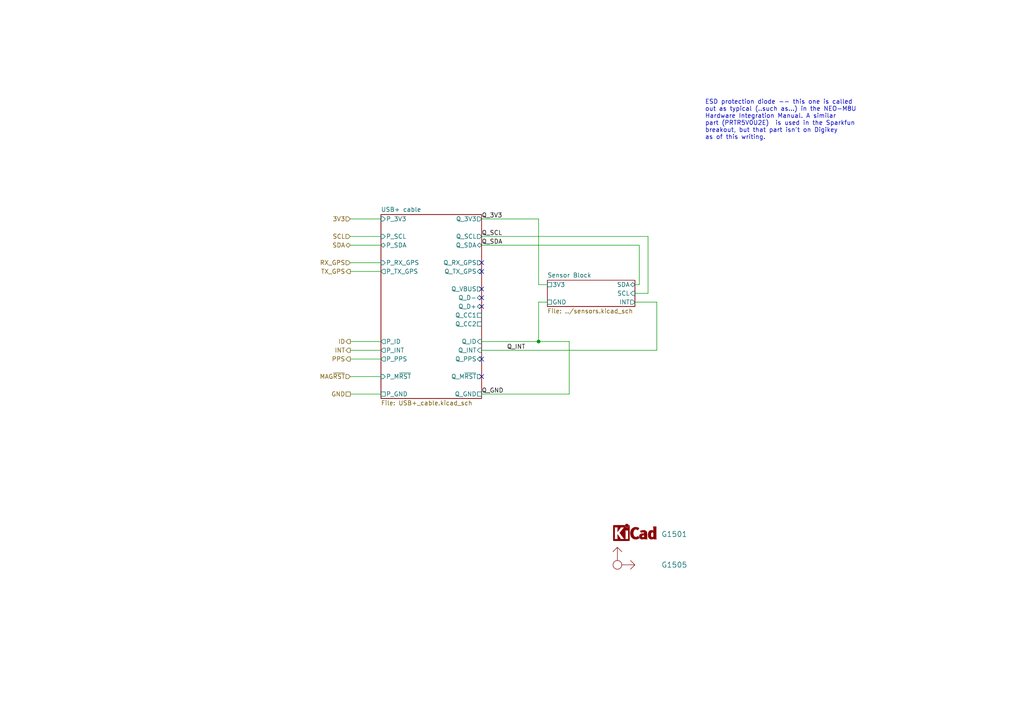
<source format=kicad_sch>
(kicad_sch (version 20211123) (generator eeschema)
  (paper "A4")
  (lib_symbols
    (symbol "KwanSystems:Axis" (in_bom no)
      (property "Value" "Axis" (at 0 -2.54 0))
      (symbol "Axis_0_1"
        (polyline (pts (xy 0 1.27) (xy 0 5.08) (xy -1.27 3.81) (xy 0 5.08) (xy 1.27 3.81)) (stroke (width 0.1524)))
        (polyline (pts (xy 1.27 0) (xy 5.08 0) (xy 3.81 1.27) (xy 5.08 0) (xy 3.81 -1.27)) (stroke (width 0.1524)))
        (circle (center 0 0) (radius 1.27) (stroke (width 0.1524)))
      )
    )
    (symbol "KwanSystems:DesignedWithKicad" (pin_names (offset 1.016)) (in_bom no)
      (property "Value" "DesignedWithKicad" (at 3.81 -2.54 0))
      (symbol "DesignedWithKicad_0_1"
        (polyline (pts (xy -2.273 4.2434) (xy -2.1768 4.2192) (xy -2.0902 4.1764) (xy -2.0154 4.1166) (xy -1.9544 4.0415) (xy -1.9094 3.9528) (xy -1.8831 3.8565) (xy -1.8773 3.7592) (xy -1.8921 3.6653) (xy -1.9258 3.5775) (xy -1.9765 3.4982) (xy -2.0423 3.4302) (xy -2.1214 3.3759) (xy -2.2119 3.338) (xy -2.2632 3.3256) (xy -2.3077 3.3181) (xy -2.342 3.3151) (xy -2.375 3.3169) (xy -2.4154 3.3238) (xy -2.4485 3.3308) (xy -2.5419 3.3623) (xy -2.6256 3.4134) (xy -2.6977 3.4826) (xy -2.7562 3.5683) (xy -2.7701 3.5955) (xy -2.7866 3.6319) (xy -2.7969 3.6624) (xy -2.8025 3.6946) (xy -2.8047 3.7357) (xy -2.8049 3.7818) (xy -2.8009 3.8661) (xy -2.7874 3.9354) (xy -2.7623 3.996) (xy -2.7228 4.0544) (xy -2.6843 4.0987) (xy -2.6124 4.1645) (xy -2.5373 4.2099) (xy -2.4546 4.2372) (xy -2.3769 4.2474) (xy -2.273 4.2434)) (stroke (width 0.0025)) (fill (type outline)))
        (polyline (pts (xy 0.3284 3.3209) (xy 0.4886 3.2998) (xy 0.6525 3.2596) (xy 0.8223 3.2001) (xy 1 3.1208) (xy 1.0113 3.1153) (xy 1.069 3.0873) (xy 1.1206 3.0632) (xy 1.1622 3.0448) (xy 1.1902 3.0336) (xy 1.1997 3.0311) (xy 1.219 3.0261) (xy 1.2236 3.0219) (xy 1.2185 3.0114) (xy 1.2024 2.9851) (xy 1.1773 2.9457) (xy 1.1449 2.896) (xy 1.1071 2.8387) (xy 1.0658 2.7765) (xy 1.0228 2.7123) (xy 0.9799 2.6487) (xy 0.939 2.5886) (xy 0.902 2.5346) (xy 0.8706 2.4896) (xy 0.8468 2.4563) (xy 0.8323 2.4374) (xy 0.8303 2.4352) (xy 0.8202 2.4399) (xy 0.7978 2.457) (xy 0.7673 2.4836) (xy 0.7515 2.498) (xy 0.655 2.5733) (xy 0.5483 2.6288) (xy 0.4328 2.6639) (xy 0.31 2.6781) (xy 0.2406 2.6769) (xy 0.1194 2.6598) (xy 0.0102 2.6239) (xy -0.0874 2.569) (xy -0.1738 2.4949) (xy -0.2492 2.4013) (xy -0.314 2.2879) (xy -0.3514 2.2013) (xy -0.3953 2.0656) (xy -0.4276 1.9182) (xy -0.4484 1.7627) (xy -0.4579 1.603) (xy -0.4562 1.443) (xy -0.4432 1.2864) (xy -0.4191 1.1371) (xy -0.384 0.9988) (xy -0.3379 0.8753) (xy -0.3216 0.841) (xy -0.2534 0.7269) (xy -0.1729 0.6304) (xy -0.0814 0.5523) (xy 0.0199 0.4934) (xy 0.1299 0.4544) (xy 0.2474 0.4361) (xy 0.2889 0.4348) (xy 0.4104 0.4457) (xy 0.5309 0.4785) (xy 0.6487 0.5326) (xy 0.7623 0.6071) (xy 0.8537 0.6855) (xy 0.9002 0.73) (xy 1.0815 0.4327) (xy 1.1266 0.3586) (xy 1.1678 0.2904) (xy 1.2037 0.2305) (xy 1.2329 0.1816) (xy 1.2538 0.1459) (xy 1.2649 0.126) (xy 1.2664 0.1229) (xy 1.2581 0.1133) (xy 1.2326 0.096) (xy 1.1929 0.0727) (xy 1.1423 0.0451) (xy 1.0841 0.0147) (xy 1.0214 -0.0168) (xy 0.9576 -0.0477) (xy 0.8959 -0.0765) (xy 0.8394 -0.1014) (xy 0.7914 -0.1209) (xy 0.768 -0.1293) (xy 0.6342 -0.1671) (xy 0.4963 -0.1921) (xy 0.3486 -0.2051) (xy 0.2218 -0.2075) (xy 0.1539 -0.2064) (xy 0.0883 -0.2043) (xy 0.0308 -0.2014) (xy -0.0126 -0.1981) (xy -0.0267 -0.1964) (xy -0.1657 -0.1676) (xy -0.3072 -0.1225) (xy -0.4447 -0.0638) (xy -0.5716 0.0059) (xy -0.6491 0.0586) (xy -0.7765 0.1668) (xy -0.8948 0.2933) (xy -1.0018 0.4351) (xy -1.0953 0.589) (xy -1.1732 0.7519) (xy -1.217 0.8692) (xy -1.2673 1.0529) (xy -1.3008 1.2474) (xy -1.3176 1.4487) (xy -1.3176 1.6524) (xy -1.3009 1.8545) (xy -1.2675 2.0506) (xy -1.2174 2.2366) (xy -1.2136 2.2482) (xy -1.1507 2.4103) (xy -1.074 2.5582) (xy -0.9808 2.6961) (xy -0.8685 2.8283) (xy -0.8246 2.8736) (xy -0.6885 2.9975) (xy -0.5485 3.1001) (xy -0.4026 3.1823) (xy -0.2486 3.2454) (xy -0.0843 3.2905) (xy 0.0113 3.308) (xy 0.17 3.3235) (xy 0.3284 3.3209)) (stroke (width 0.0025)) (fill (type outline)))
        (polyline (pts (xy 6.1865 1.7978) (xy 6.1865 1.5633) (xy 6.1866 1.3504) (xy 6.1866 1.1578) (xy 6.1868 0.9845) (xy 6.1871 0.8294) (xy 6.1875 0.6914) (xy 6.1882 0.5693) (xy 6.189 0.4621) (xy 6.1902 0.3687) (xy 6.1917 0.2879) (xy 6.1935 0.2187) (xy 6.1958 0.16) (xy 6.1985 0.1106) (xy 6.2016 0.0695) (xy 6.2053 0.0356) (xy 6.2095 0.0077) (xy 6.2143 -0.0152) (xy 6.2198 -0.0342) (xy 6.2259 -0.0505) (xy 6.2327 -0.0652) (xy 6.2403 -0.0792) (xy 6.2486 -0.0939) (xy 6.2538 -0.103) (xy 6.2881 -0.1637) (xy 5.43 -0.1637) (xy 5.43 -0.0677) (xy 5.4292 -0.0244) (xy 5.4273 0.0088) (xy 5.4245 0.0266) (xy 5.4232 0.0282) (xy 5.4118 0.0213) (xy 5.3891 0.0035) (xy 5.3664 -0.0159) (xy 5.3118 -0.0566) (xy 5.2423 -0.0976) (xy 5.1653 -0.1351) (xy 5.088 -0.1654) (xy 5.0571 -0.175) (xy 4.9886 -0.1896) (xy 4.9058 -0.1995) (xy 4.8164 -0.2046) (xy 4.7282 -0.2044) (xy 4.6492 -0.1987) (xy 4.6115 -0.1929) (xy 4.4734 -0.1548) (xy 4.3461 -0.0971) (xy 4.2303 -0.0202) (xy 4.1266 0.0753) (xy 4.0358 0.1888) (xy 3.969 0.2996) (xy 3.9142 0.4164) (xy 3.8722 0.5357) (xy 3.8422 0.6617) (xy 3.8233 0.7984) (xy 3.8147 0.9498) (xy 3.814 1.0273) (xy 3.8161 1.0841) (xy 4.6452 1.0841) (xy 4.6454 0.991) (xy 4.6483 0.9033) (xy 4.654 0.8262) (xy 4.6625 0.765) (xy 4.665 0.7526) (xy 4.6968 0.6454) (xy 4.7385 0.5583) (xy 4.7904 0.4914) (xy 4.8528 0.4442) (xy 4.9261 0.4166) (xy 5.0107 0.4085) (xy 5.1068 0.4194) (xy 5.1703 0.4352) (xy 5.2195 0.4534) (xy 5.2736 0.4792) (xy 5.3142 0.5029) (xy 5.3848 0.5493) (xy 5.3848 1.6995) (xy 5.3174 1.743) (xy 5.2389 1.784) (xy 5.1547 1.8106) (xy 5.0696 1.8225) (xy 4.9882 1.8193) (xy 4.9154 1.8004) (xy 4.8834 1.7848) (xy 4.8255 1.7418) (xy 4.7765 1.685) (xy 4.7354 1.6124) (xy 4.7009 1.5219) (xy 4.6718 1.4113) (xy 4.6706 1.4055) (xy 4.6604 1.3432) (xy 4.6527 1.2654) (xy 4.6477 1.1773) (xy 4.6452 1.0841) (xy 3.8161 1.0841) (xy 3.8219 1.2401) (xy 3.8438 1.4359) (xy 3.8798 1.6147) (xy 3.9298 1.7762) (xy 3.9937 1.9203) (xy 4.0715 2.0469) (xy 4.1631 2.1559) (xy 4.2685 2.2471) (xy 4.3137 2.2781) (xy 4.4146 2.3342) (xy 4.5179 2.3738) (xy 4.628 2.398) (xy 4.7493 2.4078) (xy 4.8418 2.4067) (xy 4.9715 2.3958) (xy 5.0841 2.374) (xy 5.1829 2.3403) (xy 5.2711 2.2938) (xy 5.32 2.2596) (xy 5.3494 2.2376) (xy 5.371 2.2227) (xy 5.3793 2.2183) (xy 5.3809 2.2291) (xy 5.3822 2.2597) (xy 5.3831 2.3075) (xy 5.3838 2.3695) (xy 5.3842 2.4431) (xy 5.3843 2.5256) (xy 5.3842 2.6141) (xy 5.3838 2.7059) (xy 5.3832 2.7983) (xy 5.3823 2.8885) (xy 5.3813 2.9737) (xy 5.38 3.0513) (xy 5.3786 3.1184) (xy 5.3769 3.1724) (xy 5.3752 3.2104) (xy 5.3747 3.2173) (xy 5.3671 3.2877) (xy 5.3555 3.3429) (xy 5.3378 3.39) (xy 5.3117 3.4364) (xy 5.3054 3.4459) (xy 5.281 3.4826) (xy 6.1863 3.4826) (xy 6.1865 1.7978)) (stroke (width 0.0025)) (fill (type outline)))
        (polyline (pts (xy 2.6736 2.4034) (xy 2.8255 2.3834) (xy 2.9608 2.3498) (xy 3.0802 2.3023) (xy 3.1848 2.2406) (xy 3.2624 2.177) (xy 3.3313 2.1029) (xy 3.385 2.0231) (xy 3.4279 1.9309) (xy 3.4434 1.8878) (xy 3.4562 1.8489) (xy 3.4674 1.8127) (xy 3.4771 1.7776) (xy 3.4854 1.7416) (xy 3.4924 1.703) (xy 3.4983 1.6598) (xy 3.5031 1.6104) (xy 3.5071 1.5527) (xy 3.5103 1.4851) (xy 3.5129 1.4057) (xy 3.5151 1.3126) (xy 3.5168 1.204) (xy 3.5183 1.0781) (xy 3.5198 0.933) (xy 3.521 0.7902) (xy 3.5224 0.634) (xy 3.5236 0.4988) (xy 3.5248 0.3828) (xy 3.5261 0.2844) (xy 3.5277 0.2019) (xy 3.5297 0.1338) (xy 3.5322 0.0782) (xy 3.5353 0.0337) (xy 3.5391 -0.0015) (xy 3.5439 -0.029) (xy 3.5496 -0.0506) (xy 3.5565 -0.0677) (xy 3.5647 -0.0822) (xy 3.5742 -0.0956) (xy 3.5853 -0.1096) (xy 3.5896 -0.1151) (xy 3.6054 -0.1379) (xy 3.6124 -0.1535) (xy 3.6124 -0.1539) (xy 3.6016 -0.1561) (xy 3.5706 -0.1581) (xy 3.522 -0.1599) (xy 3.4582 -0.1615) (xy 3.3817 -0.1626) (xy 3.2949 -0.1634) (xy 3.2005 -0.1637) (xy 3.1896 -0.1637) (xy 2.7667 -0.1637) (xy 2.7634 -0.0676) (xy 2.7601 0.0284) (xy 2.698 -0.0225) (xy 2.6007 -0.0901) (xy 2.4908 -0.1447) (xy 2.4043 -0.175) (xy 2.3353 -0.1897) (xy 2.2519 -0.1997) (xy 2.1622 -0.2046) (xy 2.0738 -0.2043) (xy 1.9949 -0.1984) (xy 1.9586 -0.1926) (xy 1.8186 -0.1548) (xy 1.6922 -0.0999) (xy 1.5803 -0.0289) (xy 1.4838 0.0574) (xy 1.4036 0.1583) (xy 1.3407 0.2729) (xy 1.2963 0.399) (xy 1.284 0.4556) (xy 1.2764 0.5178) (xy 1.2727 0.5926) (xy 1.2722 0.6265) (xy 1.2723 0.6297) (xy 2.0322 0.6297) (xy 2.0415 0.5547) (xy 2.0697 0.4908) (xy 2.1182 0.4352) (xy 2.1233 0.4308) (xy 2.1715 0.396) (xy 2.2233 0.3734) (xy 2.284 0.3615) (xy 2.3594 0.3586) (xy 2.3775 0.359) (xy 2.4313 0.3617) (xy 2.4713 0.3671) (xy 2.5063 0.3773) (xy 2.5451 0.3941) (xy 2.5557 0.3993) (xy 2.6164 0.4352) (xy 2.6632 0.4778) (xy 2.676 0.493) (xy 2.7206 0.5495) (xy 2.7206 0.7454) (xy 2.7201 0.8241) (xy 2.7184 0.882) (xy 2.7154 0.9211) (xy 2.7111 0.9433) (xy 2.707 0.9497) (xy 2.691 0.9529) (xy 2.6573 0.9555) (xy 2.6103 0.9573) (xy 2.555 0.9581) (xy 2.5461 0.9582) (xy 2.4253 0.9529) (xy 2.3227 0.9367) (xy 2.2361 0.909) (xy 2.1637 0.8692) (xy 2.1088 0.8222) (xy 2.0642 0.7644) (xy 2.0395 0.7013) (xy 2.0322 0.6297) (xy 1.2723 0.6297) (xy 1.2742 0.7203) (xy 1.2825 0.7992) (xy 1.2988 0.8704) (xy 1.3244 0.9411) (xy 1.3484 0.9935) (xy 1.407 1.0888) (xy 1.4851 1.1768) (xy 1.5803 1.256) (xy 1.6902 1.3247) (xy 1.8125 1.3813) (xy 1.9448 1.4242) (xy 2.0094 1.4391) (xy 2.1456 1.4612) (xy 2.294 1.4758) (xy 2.4455 1.4822) (xy 2.5721 1.4806) (xy 2.734 1.4738) (xy 2.7265 1.5328) (xy 2.7072 1.6319) (xy 2.6761 1.7126) (xy 2.6323 1.7755) (xy 2.5749 1.8212) (xy 2.503 1.8504) (xy 2.4159 1.8636) (xy 2.3127 1.8614) (xy 2.2747 1.8574) (xy 2.1335 1.8322) (xy 1.9967 1.7912) (xy 1.9022 1.7532) (xy 1.857 1.7338) (xy 1.8186 1.7182) (xy 1.7922 1.7086) (xy 1.7845 1.7065) (xy 1.7748 1.7156) (xy 1.7581 1.7446) (xy 1.7342 1.7938) (xy 1.7031 1.8635) (xy 1.6645 1.9541) (xy 1.6579 1.9699) (xy 1.6279 2.0422) (xy 1.6009 2.1076) (xy 1.5781 2.1631) (xy 1.5608 2.2059) (xy 1.55 2.2332) (xy 1.5469 2.2421) (xy 1.5569 2.2468) (xy 1.5832 2.2521) (xy 1.6115 2.2558) (xy 1.6416 2.2605) (xy 1.6894 2.27) (xy 1.7506 2.2832) (xy 1.8209 2.2992) (xy 1.8962 2.3172) (xy 1.9248 2.3242) (xy 2.0298 2.3498) (xy 2.1175 2.3699) (xy 2.1921 2.385) (xy 2.2579 2.396) (xy 2.3193 2.4033) (xy 2.3806 2.4077) (xy 2.4461 2.4097) (xy 2.5041 2.4101) (xy 2.6736 2.4034)) (stroke (width 0.0025)) (fill (type outline)))
        (polyline (pts (xy -2.9464 3.7809) (xy -2.9355 3.667) (xy -2.9039 3.5594) (xy -2.853 3.4604) (xy -2.7843 3.3723) (xy -2.6992 3.2975) (xy -2.6022 3.2396) (xy -2.496 3.2) (xy -2.389 3.1814) (xy -2.2833 3.1826) (xy -2.1811 3.2021) (xy -2.0845 3.2386) (xy -1.9956 3.2908) (xy -1.9165 3.3573) (xy -1.8494 3.4368) (xy -1.7962 3.528) (xy -1.7592 3.6295) (xy -1.7404 3.7399) (xy -1.7385 3.7898) (xy -1.7385 3.8777) (xy -1.6866 3.8777) (xy -1.6503 3.8749) (xy -1.6234 3.8631) (xy -1.5962 3.8394) (xy -1.5579 3.801) (xy -1.5579 1.6094) (xy -1.5579 1.3473) (xy -1.5579 1.1068) (xy -1.558 0.887) (xy -1.5581 0.6869) (xy -1.5582 0.5057) (xy -1.5584 0.3423) (xy -1.5587 0.1958) (xy -1.5591 0.0654) (xy -1.5595 -0.05) (xy -1.56 -0.1513) (xy -1.5606 -0.2395) (xy -1.5613 -0.3154) (xy -1.5621 -0.3801) (xy -1.5631 -0.4344) (xy -1.5642 -0.4793) (xy -1.5654 -0.5157) (xy -1.5667 -0.5447) (xy -1.5683 -0.5671) (xy -1.5699 -0.5838) (xy -1.5718 -0.5959) (xy -1.5738 -0.6042) (xy -1.576 -0.6097) (xy -1.5771 -0.6115) (xy -1.5813 -0.6185) (xy -1.5848 -0.625) (xy -1.5886 -0.6309) (xy -1.5937 -0.6363) (xy -1.6009 -0.6412) (xy -1.6111 -0.6456) (xy -1.6254 -0.6496) (xy -1.6445 -0.6531) (xy -1.6695 -0.6563) (xy -1.7012 -0.659) (xy -1.7407 -0.6615) (xy -1.7887 -0.6636) (xy -1.8462 -0.6653) (xy -1.9142 -0.6668) (xy -1.9936 -0.6681) (xy -2.0853 -0.6691) (xy -2.1902 -0.6699) (xy -2.3092 -0.6705) (xy -2.4433 -0.6709) (xy -2.5934 -0.6712) (xy -2.7604 -0.6714) (xy -2.9452 -0.6715) (xy -3.1488 -0.6715) (xy -3.3721 -0.6715) (xy -3.6159 -0.6715) (xy -3.8813 -0.6714) (xy -3.9197 -0.6714) (xy -4.1867 -0.6714) (xy -4.432 -0.6713) (xy -4.6566 -0.6712) (xy -4.8613 -0.6711) (xy -5.0472 -0.6709) (xy -5.2151 -0.6706) (xy -5.3659 -0.6703) (xy -5.5006 -0.6699) (xy -5.62 -0.6694) (xy -5.7252 -0.6689) (xy -5.817 -0.6683) (xy -5.8963 -0.6675) (xy -5.964 -0.6667) (xy -6.0212 -0.6657) (xy -6.0686 -0.6646) (xy -6.1073 -0.6634) (xy -6.138 -0.662) (xy -6.1619 -0.6606) (xy -6.1797 -0.6589) (xy -6.1924 -0.6571) (xy -6.2009 -0.6551) (xy -6.2053 -0.6535) (xy -6.2137 -0.6499) (xy -6.2215 -0.6473) (xy -6.2286 -0.6446) (xy -6.2351 -0.6411) (xy -6.2409 -0.6356) (xy -6.2462 -0.6274) (xy -6.251 -0.6154) (xy -6.2552 -0.5987) (xy -6.2589 -0.5765) (xy -6.2622 -0.5477) (xy -6.2651 -0.5114) (xy -6.2675 -0.4667) (xy -6.2696 -0.4126) (xy -6.2714 -0.3483) (xy -6.2728 -0.2727) (xy -6.274 -0.185) (xy -6.2749 -0.0842) (xy -6.2756 0.0306) (xy -6.2761 0.1603) (xy -6.2764 0.306) (xy -6.2766 0.4685) (xy -6.2767 0.6487) (xy -6.2767 0.8476) (xy -6.2767 1.0662) (xy -6.2766 1.3053) (xy -6.2766 1.566) (xy -6.2766 1.6081) (xy -6.2766 1.871) (xy -6.2767 2.1123) (xy -6.2767 2.3328) (xy -6.2766 2.5336) (xy -6.2765 2.7157) (xy -6.2764 2.8798) (xy -6.2761 3.027) (xy -6.2756 3.1582) (xy -6.275 3.2681) (xy -5.9722 3.2681) (xy -5.9324 3.2103) (xy -5.9212 3.1945) (xy -5.9112 3.1806) (xy -5.9021 3.1672) (xy -5.8941 3.1533) (xy -5.887 3.1376) (xy -5.8807 3.119) (xy -5.8753 3.0963) (xy -5.8707 3.0683) (xy -5.8667 3.0337) (xy -5.8634 2.9915) (xy -5.8607 2.9404) (xy -5.8585 2.8793) (xy -5.8567 2.8069) (xy -5.8554 2.722) (xy -5.8545 2.6236) (xy -5.8539 2.5103) (xy -5.8535 2.3811) (xy -5.8533 2.2347) (xy -5.8532 2.0699) (xy -5.8532 1.8856) (xy -5.8533 1.6805) (xy -5.8533 1.5579) (xy -5.8533 1.3409) (xy -5.8532 1.1454) (xy -5.8532 0.97) (xy -5.8534 0.8137) (xy -5.8536 0.6751) (xy -5.8541 0.5533) (xy -5.8549 0.4468) (xy -5.856 0.3547) (xy -5.8574 0.2756) (xy -5.8593 0.2084) (xy -5.8617 0.1519) (xy -5.8647 0.1049) (xy -5.8683 0.0662) (xy -5.8725 0.0347) (xy -5.8774 0.0091) (xy -5.8832 -0.0117) (xy -5.8897 -0.0289) (xy -5.8972 -0.0438) (xy -5.9056 -0.0574) (xy -5.915 -0.0711) (xy -5.9254 -0.0859) (xy -5.9315 -0.0948) (xy -5.9703 -0.1524) (xy -5.4387 -0.1524) (xy -5.3155 -0.1524) (xy -5.213 -0.1522) (xy -5.1294 -0.1519) (xy -5.063 -0.1513) (xy -5.0118 -0.1504) (xy -4.974 -0.1491) (xy -4.9479 -0.1473) (xy -4.9316 -0.145) (xy -4.9233 -0.142) (xy -4.9212 -0.1384) (xy -4.9233 -0.1341) (xy -4.9245 -0.1326) (xy -4.9497 -0.0956) (xy -4.9756 -0.0428) (xy -4.9992 0.0192) (xy -5.0075 0.0456) (xy -5.0121 0.0636) (xy -5.016 0.0846) (xy -5.0192 0.1109) (xy -5.022 0.1445) (xy -5.0242 0.1874) (xy -5.0261 0.2418) (xy -5.0276 0.3097) (xy -5.029 0.3933) (xy -5.0302 0.4946) (xy -5.0313 0.6157) (xy -5.0317 0.6604) (xy -5.0327 0.7856) (xy -5.0335 0.8899) (xy -5.0339 0.9753) (xy -5.034 1.0435) (xy -5.0336 1.0962) (xy -5.0327 1.1354) (xy -5.0313 1.1627) (xy -5.0293 1.18) (xy -5.0266 1.1891) (xy -5.0232 1.1917) (xy -5.019 1.1896) (xy -5.0146 1.1853) (xy -5.0042 1.1724) (xy -4.9822 1.1433) (xy -4.95 1.1002) (xy -4.9092 1.0453) (xy -4.8614 0.9806) (xy -4.8081 0.9083) (xy -4.7509 0.8305) (xy -4.6914 0.7493) (xy -4.6312 0.6669) (xy -4.5717 0.5855) (xy -4.5145 0.507) (xy -4.4612 0.4338) (xy -4.4135 0.3679) (xy -4.3727 0.3113) (xy -4.3405 0.2664) (xy -4.3185 0.2352) (xy -4.3139 0.2285) (xy -4.291 0.1916) (xy -4.2642 0.1436) (xy -4.2388 0.0941) (xy -4.2356 0.0874) (xy -4.2139 0.0392) (xy -4.2013 0.0017) (xy -4.1956 -0.0342) (xy -4.1945 -0.0762) (xy -4.1951 -0.1524) (xy -3.0407 -0.1524) (xy -3.1318 -0.0587) (xy -3.1786 -0.0088) (xy -3.2289 0.0477) (xy -3.2749 0.102) (xy -3.2954 0.1273) (xy -3.3258 0.1669) (xy -3.3659 0.2201) (xy -3.4144 0.2853) (xy -3.4701 0.361) (xy -3.532 0.4454) (xy -3.5988 0.537) (xy -3.6694 0.6341) (xy -3.7425 0.7351) (xy -3.8171 0.8383) (xy -3.8919 0.9422) (xy -3.9658 1.0451) (xy -4.0376 1.1454) (xy -4.1062 1.2414) (xy -4.1703 1.3315) (xy -4.2288 1.4141) (xy -4.2805 1.4875) (xy -4.3242 1.5502) (xy -4.3589 1.6004) (xy -4.3832 1.6367) (xy -4.3961 1.6572) (xy -4.3979 1.6613) (xy -4.3899 1.6727) (xy -4.3691 1.6998) (xy -4.3368 1.7412) (xy -4.2945 1.795) (xy -4.2433 1.8595) (xy -4.1848 1.9331) (xy -4.1203 2.014) (xy -4.0511 2.1006) (xy -3.9787 2.1912) (xy -3.9042 2.2839) (xy -3.8445 2.3583) (xy -2.8335 2.3583) (xy -2.8276 2.3453) (xy -2.8133 2.3231) (xy -2.8122 2.3216) (xy -2.7934 2.2915) (xy -2.7738 2.2546) (xy -2.7699 2.2465) (xy -2.7664 2.2381) (xy -2.7632 2.2279) (xy -2.7605 2.2147) (xy -2.7581 2.1971) (xy -2.756 2.1735) (xy -2.7542 2.1427) (xy -2.7527 2.1032) (xy -2.7514 2.0537) (xy -2.7503 1.9928) (xy -2.7494 1.919) (xy -2.7486 1.831) (xy -2.7479 1.7273) (xy -2.7474 1.6067) (xy -2.7468 1.4676) (xy -2.7463 1.3088) (xy -2.7457 1.1299) (xy -2.7452 0.9448) (xy -2.7448 0.7809) (xy -2.7445 0.6367) (xy -2.7445 0.5109) (xy -2.7448 0.4021) (xy -2.7454 0.3089) (xy -2.7465 0.2299) (xy -2.7481 0.1637) (xy -2.7503 0.1088) (xy -2.7531 0.064) (xy -2.7567 0.0277) (xy -2.761 -0.0013) (xy -2.7661 -0.0246) (xy -2.7722 -0.0435) (xy -2.7792 -0.0594) (xy -2.7873 -0.0736) (xy -2.7965 -0.0877) (xy -2.805 -0.1002) (xy -2.8222 -0.1265) (xy -2.8323 -0.144) (xy -2.8335 -0.1473) (xy -2.8226 -0.1483) (xy -2.7914 -0.1493) (xy -2.7422 -0.1502) (xy -2.6773 -0.151) (xy -2.599 -0.1516) (xy -2.5096 -0.1521) (xy -2.4114 -0.1523) (xy -2.3424 -0.1524) (xy -2.2375 -0.1522) (xy -2.1406 -0.1515) (xy -2.0541 -0.1505) (xy -1.9801 -0.1492) (xy -1.9209 -0.1476) (xy -1.8785 -0.1458) (xy -1.8553 -0.1438) (xy -1.8514 -0.1425) (xy -1.8591 -0.1276) (xy -1.8671 -0.1196) (xy -1.8802 -0.1024) (xy -1.8975 -0.0722) (xy -1.9094 -0.0476) (xy -1.936 0.0113) (xy -1.9391 1.1882) (xy -1.9422 2.365) (xy -2.3879 2.365) (xy -2.4857 2.3649) (xy -2.5761 2.3644) (xy -2.6566 2.3637) (xy -2.725 2.3627) (xy -2.7787 2.3615) (xy -2.8153 2.3602) (xy -2.8325 2.3588) (xy -2.8335 2.3583) (xy -3.8445 2.3583) (xy -3.8293 2.3773) (xy -3.7551 2.4695) (xy -3.6831 2.5588) (xy -3.6146 2.6436) (xy -3.551 2.7221) (xy -3.4936 2.7927) (xy -3.4438 2.8536) (xy -3.4031 2.9032) (xy -3.3859 2.9238) (xy -3.2996 3.0245) (xy -3.223 3.1077) (xy -3.1542 3.1756) (xy -3.0912 3.2299) (xy -3.0819 3.2373) (xy -3.0424 3.2679) (xy -4.1741 3.2681) (xy -4.1688 3.2202) (xy -4.1721 3.1628) (xy -4.1937 3.0945) (xy -4.2336 3.0148) (xy -4.2789 2.9425) (xy -4.2952 2.9199) (xy -4.3232 2.8823) (xy -4.3614 2.832) (xy -4.4081 2.771) (xy -4.4617 2.7016) (xy -4.5203 2.6258) (xy -4.5825 2.5458) (xy -4.6464 2.4638) (xy -4.7105 2.3818) (xy -4.773 2.3021) (xy -4.8323 2.2267) (xy -4.8868 2.1578) (xy -4.9346 2.0976) (xy -4.9743 2.0481) (xy -5.004 2.0116) (xy -5.0222 1.9901) (xy -5.0252 1.9868) (xy -5.0281 1.9949) (xy -5.0303 2.0251) (xy -5.0319 2.0774) (xy -5.0328 2.1515) (xy -5.033 2.2469) (xy -5.0326 2.3636) (xy -5.0317 2.4836) (xy -5.0304 2.6157) (xy -5.0289 2.7274) (xy -5.0269 2.821) (xy -5.0242 2.8986) (xy -5.0206 2.9624) (xy -5.0158 3.0147) (xy -5.0095 3.0577) (xy -5.0015 3.0934) (xy -4.9916 3.1243) (xy -4.9795 3.1524) (xy -4.965 3.18) (xy -4.9503 3.205) (xy -4.9123 3.2681) (xy -5.9722 3.2681) (xy -6.275 3.2681) (xy -6.275 3.2744) (xy -6.2742 3.3765) (xy -6.2732 3.4654) (xy -6.2719 3.5421) (xy -6.2704 3.6075) (xy -6.2685 3.6626) (xy -6.2664 3.7082) (xy -6.2639 3.7455) (xy -6.261 3.7752) (xy -6.2577 3.7983) (xy -6.254 3.8159) (xy -6.2499 3.8287) (xy -6.2452 3.8378) (xy -6.2401 3.8441) (xy -6.2345 3.8485) (xy -6.2283 3.852) (xy -6.2215 3.8556) (xy -6.2155 3.8591) (xy -6.2103 3.8617) (xy -6.2021 3.864) (xy -6.1899 3.8661) (xy -6.1725 3.868) (xy -6.149 3.8697) (xy -6.1181 3.8711) (xy -6.0788 3.8724) (xy -6.03 3.8735) (xy -5.9705 3.8744) (xy -5.8994 3.8752) (xy -5.8155 3.8759) (xy -5.7177 3.8764) (xy -5.6049 3.8768) (xy -5.476 3.8772) (xy -5.33 3.8774) (xy -5.1657 3.8776) (xy -4.982 3.8777) (xy -4.7779 3.8777) (xy -4.5668 3.8777) (xy -2.9464 3.8777) (xy -2.9464 3.7809)) (stroke (width 0.0025)) (fill (type outline)))
      )
    )
  )
  (junction (at 156.21 99.06))
  (no_connect (at 139.7 86.36))
  (no_connect (at 139.7 88.9))
  (no_connect (at 139.7 109.22))
  (no_connect (at 139.7 76.2))
  (no_connect (at 139.7 78.74))
  (no_connect (at 139.7 83.82))
  (no_connect (at 139.7 104.14))
  (wire (pts (xy 190.5 87.63) (xy 184.15 87.63)))
  (wire (pts (xy 139.7 114.3) (xy 165.1 114.3)))
  (wire (pts (xy 165.1 99.06) (xy 165.1 114.3)))
  (wire (pts (xy 156.21 87.63) (xy 156.21 99.06)))
  (wire (pts (xy 101.6 78.74) (xy 110.49 78.74)))
  (wire (pts (xy 101.6 104.14) (xy 110.49 104.14)))
  (wire (pts (xy 101.6 63.5) (xy 110.49 63.5)))
  (wire (pts (xy 156.21 99.06) (xy 165.1 99.06)))
  (wire (pts (xy 101.6 71.12) (xy 110.49 71.12)))
  (wire (pts (xy 187.96 68.58) (xy 187.96 85.09)))
  (wire (pts (xy 101.6 76.2) (xy 110.49 76.2)))
  (wire (pts (xy 139.7 63.5) (xy 156.21 63.5)))
  (wire (pts (xy 101.6 114.3) (xy 110.49 114.3)))
  (wire (pts (xy 139.7 101.6) (xy 190.5 101.6)))
  (wire (pts (xy 101.6 99.06) (xy 110.49 99.06)))
  (wire (pts (xy 101.6 109.22) (xy 110.49 109.22)))
  (wire (pts (xy 185.42 71.12) (xy 185.42 82.55)))
  (wire (pts (xy 101.6 101.6) (xy 110.49 101.6)))
  (wire (pts (xy 187.96 85.09) (xy 184.15 85.09)))
  (wire (pts (xy 158.75 87.63) (xy 156.21 87.63)))
  (wire (pts (xy 190.5 101.6) (xy 190.5 87.63)))
  (wire (pts (xy 101.6 68.58) (xy 110.49 68.58)))
  (wire (pts (xy 185.42 82.55) (xy 184.15 82.55)))
  (wire (pts (xy 139.7 68.58) (xy 187.96 68.58)))
  (wire (pts (xy 139.7 71.12) (xy 185.42 71.12)))
  (wire (pts (xy 158.75 82.55) (xy 156.21 82.55)))
  (wire (pts (xy 156.21 63.5) (xy 156.21 82.55)))
  (wire (pts (xy 139.7 99.06) (xy 156.21 99.06)))
  (text "ESD protection diode -- this one is called\nout as typical (..such as...) in the NEO-M8U\nHardware Integration Manual. A similar\npart (PRTR5V0U2E)  is used in the Sparkfun\nbreakout, but that part isn't on Digikey\nas of this writing." (at 204.47 40.64 0) (effects (font (size 1.27 1.27)) (justify left bottom)))
  (label "Q_INT" (at 152.4 101.6 180))
  (label "Q_SCL" (at 139.7 68.58 0))
  (label "Q_GND" (at 139.7 114.3 0))
  (label "Q_SDA" (at 139.7 71.12 0))
  (label "Q_3V3" (at 139.7 63.5 0))
  (hierarchical_label "TX_GPS" (shape output) (at 101.6 78.74 180))
  (hierarchical_label "PPS" (shape output) (at 101.6 104.14 180))
  (hierarchical_label "RX_GPS" (shape input) (at 101.6 76.2 180))
  (hierarchical_label "3V3" (shape input) (at 101.6 63.5 180))
  (hierarchical_label "INT" (shape output) (at 101.6 101.6 180))
  (hierarchical_label "SDA" (shape bidirectional) (at 101.6 71.12 180))
  (hierarchical_label "MAG~{RST}" (shape input) (at 101.6 109.22 180))
  (hierarchical_label "ID" (shape output) (at 101.6 99.06 180))
  (hierarchical_label "GND" (shape passive) (at 101.6 114.3 180))
  (hierarchical_label "SCL" (shape input) (at 101.6 68.58 180))
  (symbol (lib_id "KwanSystems:Axis") (at 179.07 163.83 0) (unit 1) (in_bom no)
    (property "Reference" "G1505" (at 195.58 163.83 0) (effects (font (size 1.524 1.524))))
    (property "Value" "Axis" (effects hide))
    (property "Footprint" "KwanSystems:Axis" (effects hide))
  )
  (symbol (lib_id "KwanSystems:DesignedWithKicad") (at 184.15 156.21 0) (unit 1) (in_bom no)
    (property "Reference" "G1501" (at 195.58 154.94 0) (effects (font (size 1.524 1.524))))
    (property "Value" "DesignedWithKicad" (effects hide))
    (property "Footprint" "KwanSystems:Symbol_KiCAD-Logo_CopperAndSilkScreenTop_small" (effects hide))
  )
  (sheet (at 110.49 62.23) (size 29.21 53.34) (stroke (width 0.1524))
    (property "Sheet name" "USB+ cable" (at 110.49 61.5184 0) (effects (justify left bottom)))
    (property "Sheet file" "USB+_cable.kicad_sch" (at 110.49 116.1546 0) (effects (justify left top)))
    (pin "Q_SDA" bidirectional (at 139.7 71.12 0))
    (pin "Q_D-" bidirectional (at 139.7 86.36 0))
    (pin "Q_D+" bidirectional (at 139.7 88.9 0))
    (pin "Q_RX_GPS" output (at 139.7 76.2 0))
    (pin "Q_ID" input (at 139.7 99.06 0))
    (pin "Q_SCL" output (at 139.7 68.58 0))
    (pin "Q_TX_GPS" input (at 139.7 78.74 0))
    (pin "Q_INT" input (at 139.7 101.6 0))
    (pin "Q_M~{RST}" output (at 139.7 109.22 0))
    (pin "Q_CC1" passive (at 139.7 91.44 0))
    (pin "Q_VBUS" output (at 139.7 83.82 0))
    (pin "Q_CC2" passive (at 139.7 93.98 0))
    (pin "Q_GND" passive (at 139.7 114.3 0))
    (pin "Q_3V3" output (at 139.7 63.5 0))
    (pin "Q_PPS" input (at 139.7 104.14 0))
    (pin "P_GND" passive (at 110.49 114.3 180))
    (pin "P_PPS" output (at 110.49 104.14 180))
    (pin "P_INT" output (at 110.49 101.6 180))
    (pin "P_ID" output (at 110.49 99.06 180))
    (pin "P_3V3" input (at 110.49 63.5 180))
    (pin "P_SCL" input (at 110.49 68.58 180))
    (pin "P_TX_GPS" output (at 110.49 78.74 180))
    (pin "P_RX_GPS" input (at 110.49 76.2 180))
    (pin "P_SDA" bidirectional (at 110.49 71.12 180))
    (pin "P_M~{RST}" input (at 110.49 109.22 180))
  )
  (sheet (at 158.75 81.28) (size 25.4 7.62) (stroke (width 0.1524))
    (property "Sheet name" "Sensor Block" (at 158.75 80.5684 0) (effects (justify left bottom)))
    (property "Sheet file" "../sensors.kicad_sch" (at 158.75 89.4846 0) (effects (justify left top)))
    (pin "3V3" passive (at 158.75 82.55 180))
    (pin "GND" passive (at 158.75 87.63 180))
    (pin "SCL" input (at 184.15 85.09 0))
    (pin "SDA" bidirectional (at 184.15 82.55 0))
    (pin "INT" output (at 184.15 87.63 0))
  )
)
</source>
